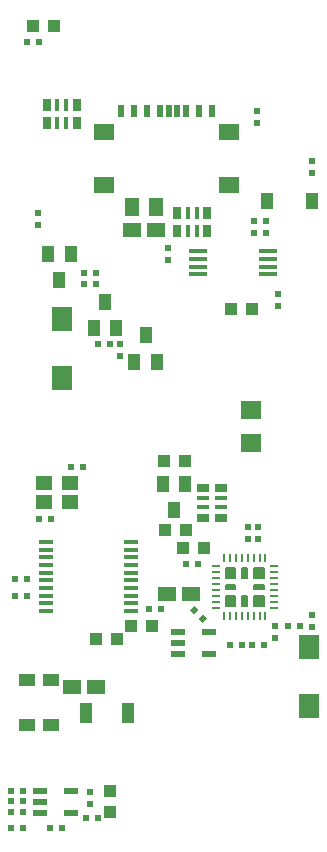
<source format=gbr>
G04 #@! TF.GenerationSoftware,KiCad,Pcbnew,5.1.0-rc2-unknown-036be7d~80~ubuntu16.04.1*
G04 #@! TF.CreationDate,2021-11-05T15:53:19+02:00*
G04 #@! TF.ProjectId,ESP32-PoE_Rev_G1,45535033-322d-4506-9f45-5f5265765f47,G1*
G04 #@! TF.SameCoordinates,Original*
G04 #@! TF.FileFunction,Paste,Bot*
G04 #@! TF.FilePolarity,Positive*
%FSLAX46Y46*%
G04 Gerber Fmt 4.6, Leading zero omitted, Abs format (unit mm)*
G04 Created by KiCad (PCBNEW 5.1.0-rc2-unknown-036be7d~80~ubuntu16.04.1) date 2021-11-05 15:53:19*
%MOMM*%
%LPD*%
G04 APERTURE LIST*
%ADD10C,0.200000*%
%ADD11R,1.524000X1.270000*%
%ADD12R,1.400000X1.000000*%
%ADD13R,1.200000X0.550000*%
%ADD14R,0.500000X0.550000*%
%ADD15R,1.000000X1.400000*%
%ADD16R,1.016000X1.016000*%
%ADD17R,0.230000X0.780000*%
%ADD18R,0.780000X0.230000*%
%ADD19R,1.270000X1.524000*%
%ADD20R,0.550000X0.500000*%
%ADD21C,0.500000*%
%ADD22C,0.100000*%
%ADD23R,1.270000X0.325000*%
%ADD24R,1.700000X2.000000*%
%ADD25R,1.016000X1.778000*%
%ADD26R,0.500000X1.000000*%
%ADD27R,1.754000X1.454000*%
%ADD28R,1.016000X0.381000*%
%ADD29R,1.016000X0.635000*%
%ADD30R,0.381000X1.016000*%
%ADD31R,0.635000X1.016000*%
%ADD32R,1.400000X1.200000*%
%ADD33R,1.778000X1.524000*%
%ADD34R,1.500000X0.350000*%
G04 APERTURE END LIST*
D10*
X112344000Y-149644000D02*
X112344000Y-150444000D01*
X111544000Y-149644000D02*
X112344000Y-149644000D01*
X111544000Y-150444000D02*
X111544000Y-149644000D01*
X112344000Y-150444000D02*
X111544000Y-150444000D01*
X112344000Y-150344000D02*
X111544000Y-150344000D01*
X112344000Y-150244000D02*
X111544000Y-150244000D01*
X112344000Y-150144000D02*
X111544000Y-150144000D01*
X112344000Y-150044000D02*
X111544000Y-150044000D01*
X112344000Y-149944000D02*
X111544000Y-149944000D01*
X112344000Y-149844000D02*
X111544000Y-149844000D01*
X112344000Y-149744000D02*
X111544000Y-149744000D01*
X109944000Y-149744000D02*
X109144000Y-149744000D01*
X109944000Y-149844000D02*
X109144000Y-149844000D01*
X109944000Y-149944000D02*
X109144000Y-149944000D01*
X109944000Y-150044000D02*
X109144000Y-150044000D01*
X109944000Y-150144000D02*
X109144000Y-150144000D01*
X109944000Y-150244000D02*
X109144000Y-150244000D01*
X109944000Y-150344000D02*
X109144000Y-150344000D01*
X109944000Y-150444000D02*
X109144000Y-150444000D01*
X109144000Y-150444000D02*
X109144000Y-149644000D01*
X109144000Y-149644000D02*
X109944000Y-149644000D01*
X109944000Y-149644000D02*
X109944000Y-150444000D01*
X112344000Y-147344000D02*
X111544000Y-147344000D01*
X112344000Y-147444000D02*
X111544000Y-147444000D01*
X112344000Y-147544000D02*
X111544000Y-147544000D01*
X112344000Y-147644000D02*
X111544000Y-147644000D01*
X112344000Y-147744000D02*
X111544000Y-147744000D01*
X112344000Y-147844000D02*
X111544000Y-147844000D01*
X112344000Y-147944000D02*
X111544000Y-147944000D01*
X112344000Y-148044000D02*
X111544000Y-148044000D01*
X111544000Y-148044000D02*
X111544000Y-147244000D01*
X111544000Y-147244000D02*
X112344000Y-147244000D01*
X112344000Y-147244000D02*
X112344000Y-148044000D01*
X109944000Y-147244000D02*
X109944000Y-148044000D01*
X109144000Y-147244000D02*
X109944000Y-147244000D01*
X109144000Y-148044000D02*
X109144000Y-147244000D01*
X109944000Y-148044000D02*
X109144000Y-148044000D01*
X109944000Y-147944000D02*
X109144000Y-147944000D01*
X109944000Y-147844000D02*
X109144000Y-147844000D01*
X109944000Y-147744000D02*
X109144000Y-147744000D01*
X109944000Y-147644000D02*
X109144000Y-147644000D01*
X109944000Y-147544000D02*
X109144000Y-147544000D01*
X109944000Y-147444000D02*
X109144000Y-147444000D01*
X109944000Y-147344000D02*
X109144000Y-147344000D01*
X110544000Y-150444000D02*
X110944000Y-150444000D01*
X110544000Y-149644000D02*
X110544000Y-150444000D01*
X110944000Y-149644000D02*
X110544000Y-149644000D01*
X110944000Y-150444000D02*
X110944000Y-149644000D01*
X110844000Y-150444000D02*
X110844000Y-149644000D01*
X110744000Y-150444000D02*
X110744000Y-149644000D01*
X110644000Y-150444000D02*
X110644000Y-149644000D01*
X110644000Y-148044000D02*
X110644000Y-147244000D01*
X110744000Y-148044000D02*
X110744000Y-147244000D01*
X110844000Y-148044000D02*
X110844000Y-147244000D01*
X110944000Y-148044000D02*
X110944000Y-147244000D01*
X110944000Y-147244000D02*
X110544000Y-147244000D01*
X110544000Y-147244000D02*
X110544000Y-148044000D01*
X110544000Y-148044000D02*
X110944000Y-148044000D01*
X112344000Y-148644000D02*
X112344000Y-149044000D01*
X111544000Y-148644000D02*
X112344000Y-148644000D01*
X111544000Y-149044000D02*
X111544000Y-148644000D01*
X112344000Y-149044000D02*
X111544000Y-149044000D01*
X112344000Y-148944000D02*
X111544000Y-148944000D01*
X111544000Y-148844000D02*
X112344000Y-148844000D01*
X112344000Y-148744000D02*
X111544000Y-148744000D01*
X109944000Y-148744000D02*
X109144000Y-148744000D01*
X109144000Y-148844000D02*
X109944000Y-148844000D01*
X109944000Y-148944000D02*
X109144000Y-148944000D01*
X109944000Y-149044000D02*
X109144000Y-149044000D01*
X109144000Y-149044000D02*
X109144000Y-148644000D01*
X109144000Y-148644000D02*
X109944000Y-148644000D01*
X109944000Y-148644000D02*
X109944000Y-149044000D01*
D11*
X96139000Y-157353000D03*
X98171000Y-157353000D03*
D12*
X92329000Y-156723000D03*
X92329000Y-160523000D03*
D13*
X105126000Y-154559000D03*
X105126000Y-153609000D03*
X105126000Y-152659000D03*
X107726000Y-154559000D03*
X107726000Y-152659000D03*
D14*
X112395000Y-153797000D03*
X111379000Y-153797000D03*
D15*
X116400000Y-116195000D03*
X112600000Y-116195000D03*
D16*
X98171000Y-153289000D03*
X99949000Y-153289000D03*
D15*
X102364540Y-127548640D03*
X101409500Y-129758440D03*
X103311960Y-129758440D03*
X98933000Y-124714000D03*
X97977960Y-126923800D03*
X99880420Y-126923800D03*
X94107000Y-120650000D03*
X96009460Y-120650000D03*
X95054420Y-122859800D03*
D11*
X101219000Y-118618000D03*
X103251000Y-118618000D03*
D15*
X103825040Y-140116560D03*
X105727500Y-140116560D03*
X104772460Y-142326360D03*
D17*
X108994000Y-151294000D03*
X109494000Y-151294000D03*
X109994000Y-151294000D03*
X110494000Y-151294000D03*
X110994000Y-151294000D03*
X111494000Y-151294000D03*
X111994000Y-151294000D03*
X112494000Y-151294000D03*
D18*
X113194000Y-150594000D03*
X113194000Y-150094000D03*
X113194000Y-149594000D03*
X113194000Y-149094000D03*
X113194000Y-148594000D03*
X113194000Y-148094000D03*
X113194000Y-147594000D03*
X113194000Y-147094000D03*
D17*
X112494000Y-146394000D03*
X111994000Y-146394000D03*
X111494000Y-146394000D03*
X110994000Y-146394000D03*
X110494000Y-146394000D03*
X109994000Y-146394000D03*
X109494000Y-146394000D03*
X108994000Y-146394000D03*
D18*
X108294000Y-147094000D03*
X108294000Y-147594000D03*
X108294000Y-148094000D03*
X108294000Y-148594000D03*
X108294000Y-149094000D03*
X108294000Y-149594000D03*
X108294000Y-150094000D03*
X108294000Y-150594000D03*
D14*
X103632000Y-150749000D03*
X102616000Y-150749000D03*
D16*
X102870000Y-152146000D03*
X101092000Y-152146000D03*
D14*
X91948000Y-167005000D03*
X90932000Y-167005000D03*
X90932000Y-166116000D03*
X91948000Y-166116000D03*
D12*
X94361000Y-160523000D03*
X94361000Y-156723000D03*
D14*
X91948000Y-167894000D03*
X90932000Y-167894000D03*
X92329000Y-102743000D03*
X93345000Y-102743000D03*
X98298000Y-168402000D03*
X97282000Y-168402000D03*
D13*
X93442000Y-168018500D03*
X93442000Y-167068500D03*
X93442000Y-166118500D03*
X96042000Y-168018500D03*
X96042000Y-166118500D03*
D14*
X97155000Y-122301000D03*
X98171000Y-122301000D03*
D16*
X103886000Y-138176000D03*
X105664000Y-138176000D03*
D19*
X101219000Y-116713000D03*
X103251000Y-116713000D03*
D20*
X110998000Y-143764000D03*
X110998000Y-144780000D03*
D14*
X105791000Y-146939000D03*
X106807000Y-146939000D03*
D20*
X113284000Y-152146000D03*
X113284000Y-153162000D03*
X93218000Y-117221000D03*
X93218000Y-118237000D03*
X111760000Y-108585000D03*
X111760000Y-109601000D03*
X104267000Y-121158000D03*
X104267000Y-120142000D03*
D21*
X106469580Y-150792580D03*
D22*
G36*
X106840811Y-150774902D02*
G01*
X106451902Y-151163811D01*
X106098349Y-150810258D01*
X106487258Y-150421349D01*
X106840811Y-150774902D01*
X106840811Y-150774902D01*
G37*
D21*
X107188000Y-151511000D03*
D22*
G36*
X106816769Y-151528678D02*
G01*
X107205678Y-151139769D01*
X107559231Y-151493322D01*
X107170322Y-151882231D01*
X106816769Y-151528678D01*
X106816769Y-151528678D01*
G37*
D14*
X90932000Y-169291000D03*
X91948000Y-169291000D03*
D20*
X116459000Y-151257000D03*
X116459000Y-152273000D03*
D14*
X115443000Y-152146000D03*
X114427000Y-152146000D03*
X94234000Y-169291000D03*
X95250000Y-169291000D03*
X98171000Y-123190000D03*
X97155000Y-123190000D03*
D20*
X97663000Y-167259000D03*
X97663000Y-166243000D03*
D14*
X91313000Y-148209000D03*
X92329000Y-148209000D03*
X91313000Y-149606000D03*
X92329000Y-149606000D03*
D16*
X99314000Y-167894000D03*
X99314000Y-166116000D03*
D23*
X93916500Y-150880000D03*
X93916500Y-150230000D03*
X93916500Y-149580000D03*
X93916500Y-148930000D03*
X93916500Y-148280000D03*
X93916500Y-147630000D03*
X93916500Y-146980000D03*
X93916500Y-146330000D03*
X93916500Y-145680000D03*
X93916500Y-145030000D03*
X101155500Y-145030000D03*
X101155500Y-145680000D03*
X101155500Y-146330000D03*
X101155500Y-146980000D03*
X101155500Y-147630000D03*
X101155500Y-148280000D03*
X101155500Y-148930000D03*
X101155500Y-149580000D03*
X101155500Y-150230000D03*
X101155500Y-150880000D03*
D24*
X95250000Y-126151000D03*
X95250000Y-131151000D03*
D25*
X100838000Y-159512000D03*
X97282000Y-159512000D03*
D26*
X100290000Y-108587000D03*
X101390000Y-108587000D03*
X102490000Y-108587000D03*
X103590000Y-108587000D03*
X104340000Y-108587000D03*
X105040000Y-108587000D03*
X105790000Y-108587000D03*
X106890000Y-108587000D03*
X107990000Y-108587000D03*
D27*
X109440000Y-110337000D03*
X98840000Y-110337000D03*
X109440000Y-114787000D03*
X98840000Y-114787000D03*
D16*
X105537000Y-145542000D03*
X107315000Y-145542000D03*
X105791000Y-144018000D03*
X104013000Y-144018000D03*
D28*
X107188000Y-141351000D03*
X107188000Y-142113000D03*
X108712000Y-141351000D03*
X108712000Y-142113000D03*
D29*
X107188000Y-140462000D03*
X108712000Y-140462000D03*
X107188000Y-143002000D03*
X108712000Y-143002000D03*
D30*
X95631000Y-108077000D03*
X94869000Y-108077000D03*
X95631000Y-109601000D03*
X94869000Y-109601000D03*
D31*
X96520000Y-108077000D03*
X96520000Y-109601000D03*
X93980000Y-108077000D03*
X93980000Y-109601000D03*
D11*
X104140000Y-149479000D03*
X106172000Y-149479000D03*
D14*
X93345000Y-143129000D03*
X94361000Y-143129000D03*
D20*
X116459000Y-113792000D03*
X116459000Y-112776000D03*
D14*
X99314000Y-128270000D03*
X98298000Y-128270000D03*
D20*
X100203000Y-129286000D03*
X100203000Y-128270000D03*
D30*
X106680000Y-117221000D03*
X105918000Y-117221000D03*
X106680000Y-118745000D03*
X105918000Y-118745000D03*
D31*
X107569000Y-117221000D03*
X107569000Y-118745000D03*
X105029000Y-117221000D03*
X105029000Y-118745000D03*
D14*
X96012000Y-138684000D03*
X97028000Y-138684000D03*
D32*
X95969000Y-140043000D03*
X93769000Y-141643000D03*
X93769000Y-140043000D03*
X95969000Y-141643000D03*
D16*
X92837000Y-101346000D03*
X94615000Y-101346000D03*
D14*
X110490000Y-153797000D03*
X109474000Y-153797000D03*
D24*
X116205000Y-153964000D03*
X116205000Y-158964000D03*
D20*
X113538000Y-124079000D03*
X113538000Y-125095000D03*
D14*
X111506000Y-118872000D03*
X112522000Y-118872000D03*
X111506000Y-117856000D03*
X112522000Y-117856000D03*
D33*
X111252000Y-136652000D03*
X111252000Y-133858000D03*
D34*
X112678000Y-120437000D03*
X112678000Y-121087000D03*
X112678000Y-121737000D03*
X112678000Y-122387000D03*
X106778000Y-122387000D03*
X106778000Y-121737000D03*
X106778000Y-121087000D03*
X106778000Y-120437000D03*
D16*
X109601000Y-125349000D03*
X111379000Y-125349000D03*
D20*
X111887000Y-144780000D03*
X111887000Y-143764000D03*
M02*

</source>
